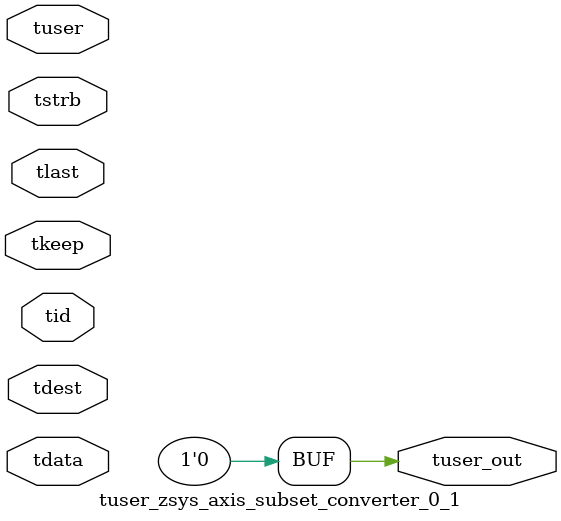
<source format=v>


`timescale 1ps/1ps

module tuser_zsys_axis_subset_converter_0_1 #
(
parameter C_S_AXIS_TUSER_WIDTH = 1,
parameter C_S_AXIS_TDATA_WIDTH = 32,
parameter C_S_AXIS_TID_WIDTH   = 0,
parameter C_S_AXIS_TDEST_WIDTH = 0,
parameter C_M_AXIS_TUSER_WIDTH = 1
)
(
input  [(C_S_AXIS_TUSER_WIDTH == 0 ? 1 : C_S_AXIS_TUSER_WIDTH)-1:0     ] tuser,
input  [(C_S_AXIS_TDATA_WIDTH == 0 ? 1 : C_S_AXIS_TDATA_WIDTH)-1:0     ] tdata,
input  [(C_S_AXIS_TID_WIDTH   == 0 ? 1 : C_S_AXIS_TID_WIDTH)-1:0       ] tid,
input  [(C_S_AXIS_TDEST_WIDTH == 0 ? 1 : C_S_AXIS_TDEST_WIDTH)-1:0     ] tdest,
input  [(C_S_AXIS_TDATA_WIDTH/8)-1:0 ] tkeep,
input  [(C_S_AXIS_TDATA_WIDTH/8)-1:0 ] tstrb,
input                                                                    tlast,
output [C_M_AXIS_TUSER_WIDTH-1:0] tuser_out
);

assign tuser_out = {1'b0};

endmodule


</source>
